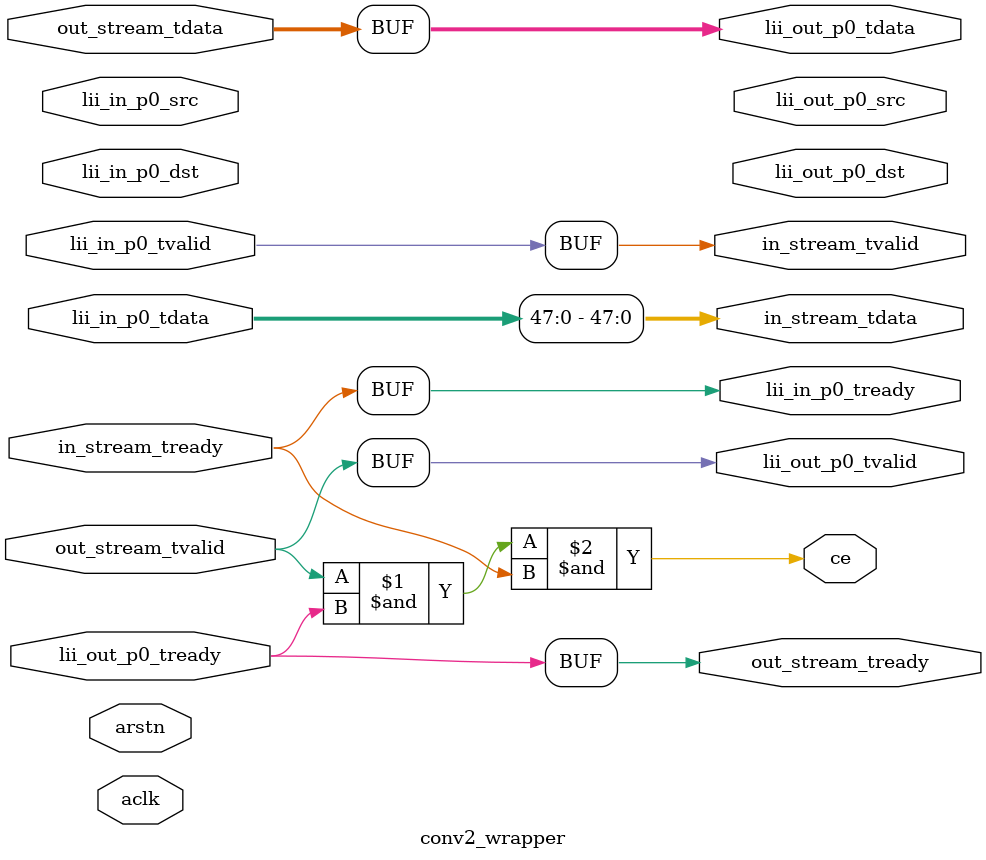
<source format=v>
`timescale 1ns/1ps

module conv2_wrapper
#(
    parameter NIN  = 1,   // logic input streams
    parameter NOUT = 1,  // logic output streams
    parameter P    = 1,              // phy in channels
    parameter Q    = 1,             // phy out channels
    parameter PW   = 128              // packing width
)
(
    // ------ clock and reset ------
    input  wire                     aclk,
    input  wire                     arstn,
    // ------ LII phy input ------
    input  wire [PW-1:0]            lii_in_p0_tdata,
    input  wire                     lii_in_p0_tvalid,
    output wire                     lii_in_p0_tready,
    input  wire [7:0]               lii_in_p0_src,
    input  wire [7:0]               lii_in_p0_dst,
    // ------ LII phy output ------
    output wire [PW-1:0]            lii_out_p0_tdata,
    output wire                     lii_out_p0_tvalid,
    input  wire                     lii_out_p0_tready,
    output wire [7:0]               lii_out_p0_src,
    output wire [7:0]               lii_out_p0_dst,
    // ------ connection to HLS kernel ------
    output wire [47:0]   in_stream_tdata,
    output wire                     in_stream_tvalid,
    input  wire                     in_stream_tready,
    input  wire [127:0]   out_stream_tdata,
    input  wire                     out_stream_tvalid,
    output wire                     out_stream_tready,
    // ------ clock enable for HLS kernel ------
    output wire                     ce
);

    // ========= input: unpack =========
    assign lii_in_p0_tready =
        in_stream_tready;
    assign in_stream_tdata  = lii_in_p0_tdata[47:0];
    assign in_stream_tvalid = lii_in_p0_tvalid;

    // ========= output: pack =========
    assign lii_out_p0_tvalid = 
        out_stream_tvalid;
    assign lii_out_p0_tdata = {
        out_stream_tdata
    };
    assign { out_stream_tready } =
           { lii_out_p0_tready };

    // ========= kernel clock gating =========
    assign ce = (out_stream_tvalid) &
                (lii_out_p0_tready) &
                (lii_in_p0_tready);
endmodule
</source>
